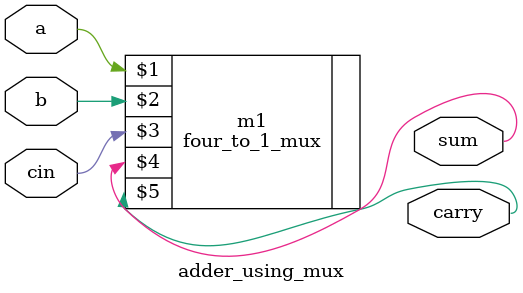
<source format=v>
module adder_using_mux(input a,b,cin,output sum,carry);
	
	four_to_1_mux m1(a,b,cin,sum,carry);
endmodule

</source>
